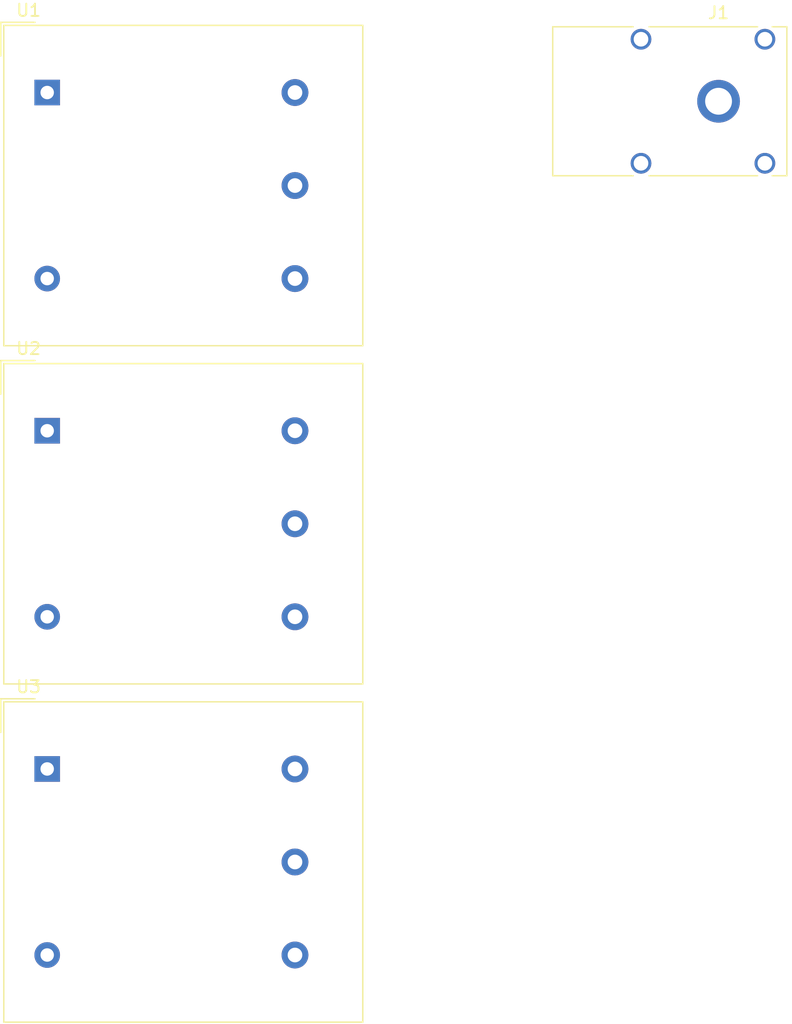
<source format=kicad_pcb>
(kicad_pcb (version 20240108) (generator "pcbnew") (generator_version "8.0")
  (layers (0 "F.Cu" signal) (31 "B.Cu" signal) (34 "B.Paste" user) (35 "F.Paste" user) (36 "B.SilkS" user "B.Silkscreen") (37 "F.SilkS" user "F.Silkscreen") (38 "B.Mask" user) (39 "F.Mask" user) (44 "Edge.Cuts" user))
  (net 0 "")
  (net 2 "Net-(U1-M)")
  (net 3 "Net-(U1-HV+)")
  (net 5 "Net-(U1-V+)")
  (net 6 "Net-(U1-V-)")
  (net 8 "Net-(U2-M)")
  (net 9 "Net-(U2-HV+)")
  (net 10 "Net-(U3-HV+)")
  (net 11 "Net-(U3-M)")
  (footprint "Connector:Banana_Cliff_FCR7350B_S16N-PC_Horizontal" (layer "F.Cu") (at 114.235 48.565)
    (property "Reference" "J1" (at 0 -7.25 0) (layer "F.SilkS"))
    (property "Value" "Conn_01x01")
    (fp_line (start -13.6 -6.1) (end -13.6 6.1) (stroke (width 0.12)) (layer "F.SilkS"))
    (fp_line (start -13.6 6.1) (end -7 6.1) (stroke (width 0.12)) (layer "F.SilkS"))
    (fp_line (start -7 -6.1) (end -13.6 -6.1) (stroke (width 0.12)) (layer "F.SilkS"))
    (fp_line (start -5.7 6.1) (end 3.2 6.1) (stroke (width 0.12)) (layer "F.SilkS"))
    (fp_line (start 3.2 -6.1) (end -5.7 -6.1) (stroke (width 0.12)) (layer "F.SilkS"))
    (fp_line (start 4.4 6.1) (end 5.6 6.1) (stroke (width 0.12)) (layer "F.SilkS"))
    (fp_line (start 5.6 -6.1) (end 4.4 -6.1) (stroke (width 0.12)) (layer "F.SilkS"))
    (fp_line (start 5.6 6.1) (end 5.6 -6.1) (stroke (width 0.12)) (layer "F.SilkS"))
    (pad "" np_thru_hole circle (at -6.36 -5.08) (size 1.7 1.7) (drill 1.2) (layers "F&B.Cu" "*.Mask"))
    (pad "" np_thru_hole circle (at -6.36 5.08) (size 1.7 1.7) (drill 1.2) (layers "F&B.Cu" "*.Mask"))
    (pad "" np_thru_hole circle (at 3.8 -5.08) (size 1.7 1.7) (drill 1.2) (layers "F&B.Cu" "*.Mask"))
    (pad "" np_thru_hole circle (at 3.8 5.08) (size 1.7 1.7) (drill 1.2) (layers "F&B.Cu" "*.Mask"))
    (pad "1" thru_hole circle (at 0 0) (size 3.5 3.5) (drill 2.2) (layers "*.Cu" "*.Mask"))
  )
  (footprint "Sensor_Voltage:LEM_LV25-P" (layer "F.Cu") (at 59.18 103.26)
    (property "Reference" "U3" (at -1.524 -6.731 180) (layer "F.SilkS"))
    (property "Value" "LV25-P")
    (fp_line (start -3.81 -5.75) (end -3.81 -3) (stroke (width 0.12)) (layer "F.SilkS"))
    (fp_line (start -3.81 -5.75) (end -1 -5.75) (stroke (width 0.12)) (layer "F.SilkS"))
    (fp_line (start -3.56 -5.5) (end 25.88 -5.5) (stroke (width 0.12)) (layer "F.SilkS"))
    (fp_line (start -3.56 20.74) (end -3.56 -5.5) (stroke (width 0.12)) (layer "F.SilkS"))
    (fp_line (start 25.88 -5.5) (end 25.88 20.74) (stroke (width 0.12)) (layer "F.SilkS"))
    (fp_line (start 25.88 20.74) (end -3.56 20.74) (stroke (width 0.12)) (layer "F.SilkS"))
    (pad "1" thru_hole rect (at 0 0) (size 2.1 2.1) (drill 1.1) (layers "*.Cu" "*.Mask") (net 10 "Net-(U3-HV+)"))
    (pad "3" thru_hole circle (at 0 15.24) (size 2.1 2.1) (drill 1.1) (layers "*.Cu" "*.Mask"))
    (pad "4" thru_hole circle (at 20.32 15.24) (size 2.2 2.2) (drill 1.2) (layers "*.Cu" "*.Mask") (net 11 "Net-(U3-M)"))
    (pad "5" thru_hole circle (at 20.32 7.62) (size 2.2 2.2) (drill 1.2) (layers "*.Cu" "*.Mask") (net 5 "Net-(U1-V+)"))
    (pad "6" thru_hole circle (at 20.32 0) (size 2.2 2.2) (drill 1.2) (layers "*.Cu" "*.Mask") (net 6 "Net-(U1-V-)"))
  )
  (footprint "Sensor_Voltage:LEM_LV25-P" (layer "F.Cu") (at 59.18 47.85)
    (property "Reference" "U1" (at -1.524 -6.731 180) (layer "F.SilkS"))
    (property "Value" "LV25-P")
    (fp_line (start -3.81 -5.75) (end -3.81 -3) (stroke (width 0.12)) (layer "F.SilkS"))
    (fp_line (start -3.81 -5.75) (end -1 -5.75) (stroke (width 0.12)) (layer "F.SilkS"))
    (fp_line (start -3.56 -5.5) (end 25.88 -5.5) (stroke (width 0.12)) (layer "F.SilkS"))
    (fp_line (start -3.56 20.74) (end -3.56 -5.5) (stroke (width 0.12)) (layer "F.SilkS"))
    (fp_line (start 25.88 -5.5) (end 25.88 20.74) (stroke (width 0.12)) (layer "F.SilkS"))
    (fp_line (start 25.88 20.74) (end -3.56 20.74) (stroke (width 0.12)) (layer "F.SilkS"))
    (pad "1" thru_hole rect (at 0 0) (size 2.1 2.1) (drill 1.1) (layers "*.Cu" "*.Mask") (net 3 "Net-(U1-HV+)"))
    (pad "3" thru_hole circle (at 0 15.24) (size 2.1 2.1) (drill 1.1) (layers "*.Cu" "*.Mask"))
    (pad "4" thru_hole circle (at 20.32 15.24) (size 2.2 2.2) (drill 1.2) (layers "*.Cu" "*.Mask") (net 2 "Net-(U1-M)"))
    (pad "5" thru_hole circle (at 20.32 7.62) (size 2.2 2.2) (drill 1.2) (layers "*.Cu" "*.Mask") (net 5 "Net-(U1-V+)"))
    (pad "6" thru_hole circle (at 20.32 0) (size 2.2 2.2) (drill 1.2) (layers "*.Cu" "*.Mask") (net 6 "Net-(U1-V-)"))
  )
  (footprint "Sensor_Voltage:LEM_LV25-P" (layer "F.Cu") (at 59.18 75.555)
    (property "Reference" "U2" (at -1.524 -6.731 180) (layer "F.SilkS"))
    (property "Value" "LV25-P")
    (fp_line (start -3.81 -5.75) (end -3.81 -3) (stroke (width 0.12)) (layer "F.SilkS"))
    (fp_line (start -3.81 -5.75) (end -1 -5.75) (stroke (width 0.12)) (layer "F.SilkS"))
    (fp_line (start -3.56 -5.5) (end 25.88 -5.5) (stroke (width 0.12)) (layer "F.SilkS"))
    (fp_line (start -3.56 20.74) (end -3.56 -5.5) (stroke (width 0.12)) (layer "F.SilkS"))
    (fp_line (start 25.88 -5.5) (end 25.88 20.74) (stroke (width 0.12)) (layer "F.SilkS"))
    (fp_line (start 25.88 20.74) (end -3.56 20.74) (stroke (width 0.12)) (layer "F.SilkS"))
    (pad "1" thru_hole rect (at 0 0) (size 2.1 2.1) (drill 1.1) (layers "*.Cu" "*.Mask") (net 9 "Net-(U2-HV+)"))
    (pad "3" thru_hole circle (at 0 15.24) (size 2.1 2.1) (drill 1.1) (layers "*.Cu" "*.Mask"))
    (pad "4" thru_hole circle (at 20.32 15.24) (size 2.2 2.2) (drill 1.2) (layers "*.Cu" "*.Mask") (net 8 "Net-(U2-M)"))
    (pad "5" thru_hole circle (at 20.32 7.62) (size 2.2 2.2) (drill 1.2) (layers "*.Cu" "*.Mask") (net 5 "Net-(U1-V+)"))
    (pad "6" thru_hole circle (at 20.32 0) (size 2.2 2.2) (drill 1.2) (layers "*.Cu" "*.Mask") (net 6 "Net-(U1-V-)"))
  )
)
</source>
